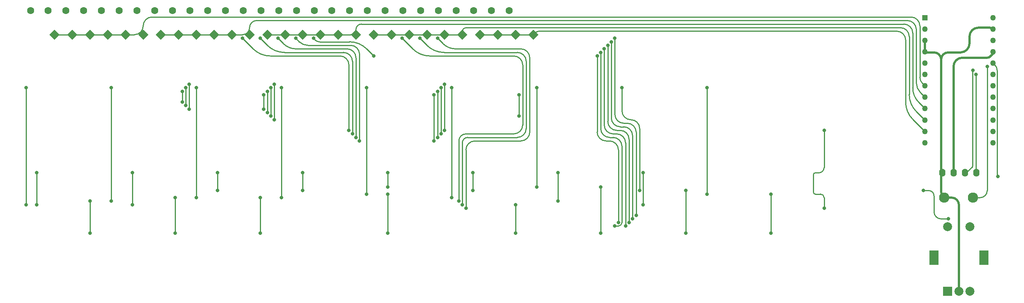
<source format=gbr>
%TF.GenerationSoftware,KiCad,Pcbnew,(6.0.5)*%
%TF.CreationDate,2022-06-01T12:58:50-07:00*%
%TF.ProjectId,hannah_montana,68616e6e-6168-45f6-9d6f-6e74616e612e,rev?*%
%TF.SameCoordinates,Original*%
%TF.FileFunction,Copper,L1,Top*%
%TF.FilePolarity,Positive*%
%FSLAX46Y46*%
G04 Gerber Fmt 4.6, Leading zero omitted, Abs format (unit mm)*
G04 Created by KiCad (PCBNEW (6.0.5)) date 2022-06-01 12:58:50*
%MOMM*%
%LPD*%
G01*
G04 APERTURE LIST*
G04 Aperture macros list*
%AMHorizOval*
0 Thick line with rounded ends*
0 $1 width*
0 $2 $3 position (X,Y) of the first rounded end (center of the circle)*
0 $4 $5 position (X,Y) of the second rounded end (center of the circle)*
0 Add line between two ends*
20,1,$1,$2,$3,$4,$5,0*
0 Add two circle primitives to create the rounded ends*
1,1,$1,$2,$3*
1,1,$1,$4,$5*%
%AMRotRect*
0 Rectangle, with rotation*
0 The origin of the aperture is its center*
0 $1 length*
0 $2 width*
0 $3 Rotation angle, in degrees counterclockwise*
0 Add horizontal line*
21,1,$1,$2,0,0,$3*%
G04 Aperture macros list end*
%TA.AperFunction,ComponentPad*%
%ADD10C,1.270000*%
%TD*%
%TA.AperFunction,ComponentPad*%
%ADD11R,1.270000X1.270000*%
%TD*%
%TA.AperFunction,ComponentPad*%
%ADD12HorizOval,1.600000X0.000000X0.000000X0.000000X0.000000X0*%
%TD*%
%TA.AperFunction,ComponentPad*%
%ADD13RotRect,1.600000X1.600000X135.000000*%
%TD*%
%TA.AperFunction,ComponentPad*%
%ADD14C,2.300000*%
%TD*%
%TA.AperFunction,ComponentPad*%
%ADD15O,1.397000X1.778000*%
%TD*%
%TA.AperFunction,ComponentPad*%
%ADD16C,2.000000*%
%TD*%
%TA.AperFunction,ComponentPad*%
%ADD17R,2.000000X3.200000*%
%TD*%
%TA.AperFunction,ComponentPad*%
%ADD18R,2.000000X2.000000*%
%TD*%
%TA.AperFunction,ViaPad*%
%ADD19C,0.800000*%
%TD*%
%TA.AperFunction,Conductor*%
%ADD20C,0.250000*%
%TD*%
%TA.AperFunction,Conductor*%
%ADD21C,0.500000*%
%TD*%
G04 APERTURE END LIST*
D10*
%TO.P,U1,24,RAW*%
%TO.N,unconnected-(U1-Pad24)*%
X218757500Y-4127500D03*
%TO.P,U1,23,GND*%
%TO.N,GND*%
X218757500Y-6667500D03*
%TO.P,U1,22,RST*%
%TO.N,rst*%
X218757500Y-9207500D03*
%TO.P,U1,21,VCC*%
%TO.N,VCC*%
X218757500Y-11747500D03*
%TO.P,U1,20,D21/A3(PF4)*%
%TO.N,encA*%
X218757500Y-14287500D03*
%TO.P,U1,19,D20/A2(PF5)*%
%TO.N,encB*%
X218757500Y-16827500D03*
%TO.P,U1,18,D19/A1(PF6)*%
%TO.N,col0*%
X218757500Y-19367500D03*
%TO.P,U1,17,D18/A0(PF7)*%
%TO.N,col1*%
X218757500Y-21907500D03*
%TO.P,U1,16,D15/SCLK(PB1)*%
%TO.N,col2*%
X218757500Y-24447500D03*
%TO.P,U1,15,D14/MISO(PB3)*%
%TO.N,enccol*%
X218757500Y-27057500D03*
%TO.P,U1,14,D16/MOSI(PB2)*%
%TO.N,col4*%
X218757500Y-29597500D03*
%TO.P,U1,13,D10/A10(PB6)*%
%TO.N,col5*%
X218757500Y-32137500D03*
%TO.P,U1,12,D9/A9(PB5)*%
%TO.N,unconnected-(U1-Pad12)*%
X203517500Y-32137500D03*
%TO.P,U1,11,D8/A8(PB4)*%
%TO.N,row4*%
X203517500Y-29597500D03*
%TO.P,U1,10,D7(PE6)*%
%TO.N,row3*%
X203517500Y-27057500D03*
%TO.P,U1,9,D6/A7(PD7)*%
%TO.N,row2*%
X203517500Y-24447500D03*
%TO.P,U1,8,D5(PC6)*%
%TO.N,row1*%
X203517500Y-21907500D03*
%TO.P,U1,7,D4/A6(PD4)*%
%TO.N,row0*%
X203517500Y-19367500D03*
%TO.P,U1,6,SDA*%
%TO.N,sda*%
X203517500Y-16827500D03*
%TO.P,U1,5,SCL*%
%TO.N,scl*%
X203517500Y-14287500D03*
%TO.P,U1,4,GND*%
%TO.N,GND*%
X203517500Y-11747500D03*
%TO.P,U1,3,GND*%
X203517500Y-9207500D03*
%TO.P,U1,2,RX*%
%TO.N,unconnected-(U1-Pad2)*%
X203517500Y-6667500D03*
D11*
%TO.P,U1,1,TX*%
%TO.N,unconnected-(U1-Pad1)*%
X203517500Y-4127500D03*
%TD*%
D12*
%TO.P,D20,2,A*%
%TO.N,Net-(D20-Pad2)*%
X78749346Y-2549346D03*
D13*
%TO.P,D20,1,K*%
%TO.N,row3*%
X84137500Y-7937500D03*
%TD*%
D14*
%TO.P,SW1,2,2*%
%TO.N,rst*%
X214312500Y-44450000D03*
%TO.P,SW1,1,1*%
%TO.N,GND*%
X207812500Y-44450000D03*
%TD*%
D12*
%TO.P,D17,2,A*%
%TO.N,Net-(D17-Pad2)*%
X66843096Y-2549346D03*
D13*
%TO.P,D17,1,K*%
%TO.N,row2*%
X72231250Y-7937500D03*
%TD*%
D12*
%TO.P,D2,2,A*%
%TO.N,Net-(D2-Pad2)*%
X7311846Y-2549346D03*
D13*
%TO.P,D2,1,K*%
%TO.N,row0*%
X12700000Y-7937500D03*
%TD*%
D12*
%TO.P,D10,2,A*%
%TO.N,Net-(D10-Pad2)*%
X39061846Y-2549346D03*
D13*
%TO.P,D10,1,K*%
%TO.N,row1*%
X44450000Y-7937500D03*
%TD*%
D12*
%TO.P,D28,2,A*%
%TO.N,encrow*%
X110499346Y-2549346D03*
D13*
%TO.P,D28,1,K*%
%TO.N,row4*%
X115887500Y-7937500D03*
%TD*%
D12*
%TO.P,D13,2,A*%
%TO.N,Net-(D13-Pad2)*%
X50968096Y-2549346D03*
D13*
%TO.P,D13,1,K*%
%TO.N,row2*%
X56356250Y-7937500D03*
%TD*%
D12*
%TO.P,D7,2,A*%
%TO.N,Net-(D7-Pad2)*%
X27155596Y-2549346D03*
D13*
%TO.P,D7,1,K*%
%TO.N,row1*%
X32543750Y-7937500D03*
%TD*%
D12*
%TO.P,D3,2,A*%
%TO.N,Net-(D3-Pad2)*%
X11280596Y-2549346D03*
D13*
%TO.P,D3,1,K*%
%TO.N,row0*%
X16668750Y-7937500D03*
%TD*%
D12*
%TO.P,D1,2,A*%
%TO.N,Net-(D1-Pad2)*%
X3343096Y-2549346D03*
D13*
%TO.P,D1,1,K*%
%TO.N,row0*%
X8731250Y-7937500D03*
%TD*%
D12*
%TO.P,D12,2,A*%
%TO.N,Net-(D12-Pad2)*%
X46999346Y-2549346D03*
D13*
%TO.P,D12,1,K*%
%TO.N,row1*%
X52387500Y-7937500D03*
%TD*%
D12*
%TO.P,D24,2,A*%
%TO.N,Net-(D24-Pad2)*%
X94624346Y-2549346D03*
D13*
%TO.P,D24,1,K*%
%TO.N,row3*%
X100012500Y-7937500D03*
%TD*%
D12*
%TO.P,D16,2,A*%
%TO.N,Net-(D16-Pad2)*%
X62874346Y-2549346D03*
D13*
%TO.P,D16,1,K*%
%TO.N,row2*%
X68262500Y-7937500D03*
%TD*%
D12*
%TO.P,D11,2,A*%
%TO.N,Net-(D11-Pad2)*%
X43030596Y-2549346D03*
D13*
%TO.P,D11,1,K*%
%TO.N,row1*%
X48418750Y-7937500D03*
%TD*%
D12*
%TO.P,D27,2,A*%
%TO.N,Net-(D27-Pad2)*%
X106530596Y-2549346D03*
D13*
%TO.P,D27,1,K*%
%TO.N,row4*%
X111918750Y-7937500D03*
%TD*%
D12*
%TO.P,D9,2,A*%
%TO.N,Net-(D9-Pad2)*%
X35093096Y-2549346D03*
D13*
%TO.P,D9,1,K*%
%TO.N,row1*%
X40481250Y-7937500D03*
%TD*%
D12*
%TO.P,D25,2,A*%
%TO.N,Net-(D25-Pad2)*%
X98593096Y-2549346D03*
D13*
%TO.P,D25,1,K*%
%TO.N,row4*%
X103981250Y-7937500D03*
%TD*%
D15*
%TO.P,J1,4,Pin_4*%
%TO.N,sda*%
X215037500Y-38893750D03*
%TO.P,J1,3,Pin_3*%
%TO.N,scl*%
X212487500Y-38893750D03*
%TO.P,J1,2,Pin_2*%
%TO.N,VCC*%
X209937500Y-38893750D03*
%TO.P,J1,1,Pin_1*%
%TO.N,GND*%
X207387500Y-38893750D03*
%TD*%
D12*
%TO.P,D22,2,A*%
%TO.N,Net-(D22-Pad2)*%
X86686846Y-2549346D03*
D13*
%TO.P,D22,1,K*%
%TO.N,row3*%
X92075000Y-7937500D03*
%TD*%
D12*
%TO.P,D14,2,A*%
%TO.N,Net-(D14-Pad2)*%
X54936846Y-2549346D03*
D13*
%TO.P,D14,1,K*%
%TO.N,row2*%
X60325000Y-7937500D03*
%TD*%
D16*
%TO.P,EC1,S2,S2*%
%TO.N,enccol*%
X208637500Y-50943750D03*
%TO.P,EC1,S1,S1*%
%TO.N,encrow*%
X213637500Y-50943750D03*
D17*
%TO.P,EC1,MP*%
%TO.N,N/C*%
X216737500Y-57943750D03*
X205537500Y-57943750D03*
D16*
%TO.P,EC1,C,C*%
%TO.N,GND*%
X211137500Y-65443750D03*
%TO.P,EC1,B,B*%
%TO.N,encA*%
X213637500Y-65443750D03*
D18*
%TO.P,EC1,A,A*%
%TO.N,encB*%
X208637500Y-65443750D03*
%TD*%
D12*
%TO.P,D23,2,A*%
%TO.N,Net-(D23-Pad2)*%
X90655596Y-2549346D03*
D13*
%TO.P,D23,1,K*%
%TO.N,row3*%
X96043750Y-7937500D03*
%TD*%
D12*
%TO.P,D4,2,A*%
%TO.N,Net-(D4-Pad2)*%
X15249346Y-2549346D03*
D13*
%TO.P,D4,1,K*%
%TO.N,row0*%
X20637500Y-7937500D03*
%TD*%
D12*
%TO.P,D19,2,A*%
%TO.N,Net-(D19-Pad2)*%
X74780596Y-2549346D03*
D13*
%TO.P,D19,1,K*%
%TO.N,row3*%
X80168750Y-7937500D03*
%TD*%
D12*
%TO.P,D21,2,A*%
%TO.N,Net-(D21-Pad2)*%
X82718096Y-2549346D03*
D13*
%TO.P,D21,1,K*%
%TO.N,row3*%
X88106250Y-7937500D03*
%TD*%
D12*
%TO.P,D8,2,A*%
%TO.N,Net-(D8-Pad2)*%
X31124346Y-2549346D03*
D13*
%TO.P,D8,1,K*%
%TO.N,row1*%
X36512500Y-7937500D03*
%TD*%
D12*
%TO.P,D6,2,A*%
%TO.N,Net-(D6-Pad2)*%
X23186846Y-2549346D03*
D13*
%TO.P,D6,1,K*%
%TO.N,row0*%
X28575000Y-7937500D03*
%TD*%
D12*
%TO.P,D5,2,A*%
%TO.N,Net-(D5-Pad2)*%
X19218096Y-2549346D03*
D13*
%TO.P,D5,1,K*%
%TO.N,row0*%
X24606250Y-7937500D03*
%TD*%
D12*
%TO.P,D26,2,A*%
%TO.N,Net-(D26-Pad2)*%
X102561846Y-2549346D03*
D13*
%TO.P,D26,1,K*%
%TO.N,row4*%
X107950000Y-7937500D03*
%TD*%
D12*
%TO.P,D15,2,A*%
%TO.N,Net-(D15-Pad2)*%
X58905596Y-2549346D03*
D13*
%TO.P,D15,1,K*%
%TO.N,row2*%
X64293750Y-7937500D03*
%TD*%
D12*
%TO.P,D18,2,A*%
%TO.N,Net-(D18-Pad2)*%
X70811846Y-2549346D03*
D13*
%TO.P,D18,1,K*%
%TO.N,row2*%
X76200000Y-7937500D03*
%TD*%
D19*
%TO.N,enccol*%
X208756250Y-49212500D03*
X203200000Y-42862500D03*
%TO.N,rst*%
X217487500Y-15081250D03*
%TO.N,col0*%
X2381250Y-19843750D03*
X2381250Y-46037500D03*
%TO.N,col4*%
X4762500Y-38893750D03*
X4762500Y-46037500D03*
%TO.N,col1*%
X16668750Y-52387500D03*
X16668750Y-45243750D03*
X21431250Y-19843750D03*
X21431250Y-45243750D03*
%TO.N,col5*%
X26193750Y-38893750D03*
X26193750Y-46037500D03*
%TO.N,col2*%
X35718750Y-52387500D03*
X35718750Y-44450000D03*
%TO.N,enccol*%
X54768750Y-52387500D03*
X54768750Y-44450000D03*
%TO.N,col2*%
X40481250Y-19843750D03*
X40481250Y-44450000D03*
%TO.N,col0*%
X45243750Y-38893750D03*
X45243750Y-42862500D03*
%TO.N,enccol*%
X59531250Y-19843750D03*
X59531250Y-44450000D03*
%TO.N,col1*%
X64293750Y-38893750D03*
X64293750Y-42862500D03*
%TO.N,col4*%
X78581250Y-19843750D03*
X78581250Y-43656250D03*
%TO.N,col2*%
X83343750Y-38893750D03*
X83343750Y-42068750D03*
%TO.N,col4*%
X83343750Y-52387500D03*
X83343750Y-43656250D03*
%TO.N,col5*%
X97631250Y-19843750D03*
X97631250Y-44450000D03*
%TO.N,enccol*%
X102393750Y-38893750D03*
X102393750Y-42862500D03*
%TO.N,col0*%
X116681250Y-19843750D03*
X116681250Y-42068750D03*
%TO.N,col5*%
X111918750Y-52387500D03*
X111918750Y-46037500D03*
%TO.N,col4*%
X121443750Y-38893750D03*
X121443750Y-45243750D03*
%TO.N,col1*%
X139700000Y-42862500D03*
X135731250Y-19843750D03*
%TO.N,col0*%
X130968750Y-52387500D03*
X130968750Y-42068750D03*
%TO.N,col5*%
X140493750Y-38893750D03*
X140493750Y-46037500D03*
%TO.N,col2*%
X154781250Y-19843750D03*
X154781250Y-43656250D03*
%TO.N,col1*%
X150018750Y-52387500D03*
X150018750Y-42862500D03*
%TO.N,enccol*%
X180975000Y-29368750D03*
X180975000Y-46831250D03*
%TO.N,col2*%
X169068750Y-52387500D03*
X169068750Y-43656250D03*
%TO.N,Net-(D24-Pad2)*%
X134143750Y-50800000D03*
%TO.N,Net-(D23-Pad2)*%
X134937500Y-50006250D03*
%TO.N,encrow*%
X138906250Y-48418750D03*
%TO.N,Net-(D27-Pad2)*%
X138112500Y-49212500D03*
%TO.N,Net-(D26-Pad2)*%
X137318750Y-50006250D03*
%TO.N,Net-(D25-Pad2)*%
X136525000Y-50800000D03*
%TO.N,encrow*%
X134143750Y-8731250D03*
%TO.N,Net-(D27-Pad2)*%
X133350000Y-9525000D03*
%TO.N,Net-(D26-Pad2)*%
X132556250Y-10318750D03*
%TO.N,Net-(D25-Pad2)*%
X131762500Y-11112500D03*
%TO.N,Net-(D24-Pad2)*%
X130968750Y-11906250D03*
%TO.N,Net-(D23-Pad2)*%
X130175000Y-12700000D03*
%TO.N,Net-(D22-Pad2)*%
X100806250Y-46831250D03*
%TO.N,Net-(D21-Pad2)*%
X100012500Y-46037500D03*
%TO.N,Net-(D20-Pad2)*%
X99218750Y-45243750D03*
%TO.N,Net-(D22-Pad2)*%
X94456250Y-8731250D03*
%TO.N,Net-(D21-Pad2)*%
X90487500Y-8731250D03*
%TO.N,Net-(D20-Pad2)*%
X86518750Y-8731250D03*
%TO.N,Net-(D19-Pad2)*%
X112712500Y-26193750D03*
X112712500Y-21431250D03*
%TO.N,Net-(D18-Pad2)*%
X96043750Y-29368750D03*
%TO.N,Net-(D17-Pad2)*%
X95250000Y-30162500D03*
%TO.N,Net-(D16-Pad2)*%
X94456250Y-30956250D03*
%TO.N,Net-(D15-Pad2)*%
X93662500Y-31750000D03*
%TO.N,Net-(D18-Pad2)*%
X96043750Y-19050000D03*
%TO.N,Net-(D17-Pad2)*%
X95250000Y-19843750D03*
%TO.N,Net-(D16-Pad2)*%
X94456250Y-20637500D03*
%TO.N,Net-(D15-Pad2)*%
X93662500Y-21431250D03*
X80168750Y-12700000D03*
%TO.N,Net-(D11-Pad2)*%
X74612500Y-29368750D03*
%TO.N,Net-(D12-Pad2)*%
X75406250Y-30162500D03*
%TO.N,Net-(D13-Pad2)*%
X76200000Y-30956250D03*
%TO.N,Net-(D14-Pad2)*%
X76993750Y-31750000D03*
%TO.N,Net-(D15-Pad2)*%
X66675000Y-8731250D03*
%TO.N,Net-(D14-Pad2)*%
X62706250Y-8731250D03*
%TO.N,Net-(D13-Pad2)*%
X58737500Y-8731250D03*
%TO.N,Net-(D12-Pad2)*%
X54768750Y-8731250D03*
%TO.N,Net-(D11-Pad2)*%
X50800000Y-8731250D03*
%TO.N,Net-(D10-Pad2)*%
X57943750Y-26987500D03*
%TO.N,Net-(D9-Pad2)*%
X57150000Y-26193750D03*
%TO.N,Net-(D8-Pad2)*%
X56353438Y-25397188D03*
%TO.N,Net-(D7-Pad2)*%
X55562500Y-24606250D03*
X55562500Y-21431250D03*
%TO.N,Net-(D8-Pad2)*%
X56353438Y-20634688D03*
%TO.N,Net-(D9-Pad2)*%
X57150000Y-19843750D03*
%TO.N,Net-(D10-Pad2)*%
X57943750Y-19050000D03*
%TO.N,Net-(D6-Pad2)*%
X38893750Y-24606250D03*
%TO.N,Net-(D5-Pad2)*%
X38100000Y-23812500D03*
%TO.N,Net-(D4-Pad2)*%
X37306250Y-23018750D03*
%TO.N,Net-(D6-Pad2)*%
X38893750Y-19050000D03*
%TO.N,Net-(D5-Pad2)*%
X38100000Y-19843750D03*
%TO.N,Net-(D4-Pad2)*%
X37306250Y-20637500D03*
%TO.N,encA*%
X219868750Y-39687500D03*
%TO.N,scl*%
X214312500Y-15875000D03*
%TO.N,sda*%
X214947500Y-16827500D03*
%TD*%
D20*
%TO.N,row0*%
X26590625Y-7937500D02*
G75*
G03*
X28575000Y-5953125I-5J1984380D01*
G01*
X202961858Y-18811892D02*
G75*
G02*
X202406250Y-17470477I1341442J1341392D01*
G01*
X200406251Y-3968650D02*
G75*
G02*
X202406250Y-5968748I-51J-2000050D01*
G01*
X28575049Y-5953125D02*
G75*
G02*
X30559375Y-3968749I1984351J25D01*
G01*
%TO.N,row1*%
X198399394Y-4762500D02*
X193713106Y-4762500D01*
X52387500Y-6350000D02*
G75*
G02*
X53975000Y-4762500I1587500J0D01*
G01*
X202564989Y-20955011D02*
G75*
G02*
X201612500Y-18655461I2299511J2299511D01*
G01*
X50800000Y-7937500D02*
G75*
G03*
X52387500Y-6350000I0J1587500D01*
G01*
X199612501Y-4762500D02*
G75*
G02*
X201612500Y-6762498I-1J-2000000D01*
G01*
%TO.N,Net-(D11-Pad2)*%
X72612501Y-12700000D02*
G75*
G02*
X74612500Y-14699998I-1J-2000000D01*
G01*
X57022713Y-12699975D02*
G75*
G02*
X53174957Y-11106207I-13J5441575D01*
G01*
%TO.N,Net-(D12-Pad2)*%
X73406251Y-11906250D02*
G75*
G02*
X75406250Y-13906248I49J-1999950D01*
G01*
X60188814Y-11906244D02*
G75*
G02*
X56356250Y-10318750I-14J5420044D01*
G01*
%TO.N,row2*%
X198818751Y-5556250D02*
G75*
G02*
X200818750Y-7556248I49J-1999950D01*
G01*
X202168149Y-23098101D02*
G75*
G02*
X200818750Y-19840445I3257651J3257701D01*
G01*
X75009375Y-7937500D02*
G75*
G03*
X76200000Y-6746875I25J1190600D01*
G01*
X76199950Y-6746875D02*
G75*
G02*
X77390625Y-5556250I1190650J-25D01*
G01*
%TO.N,Net-(D13-Pad2)*%
X74200001Y-11112500D02*
G75*
G02*
X76200000Y-13112498I-1J-2000000D01*
G01*
X62802548Y-11112521D02*
G75*
G02*
X59928125Y-9921875I52J4065121D01*
G01*
%TO.N,Net-(D14-Pad2)*%
X65416282Y-10318757D02*
G75*
G02*
X63500000Y-9525000I18J2710057D01*
G01*
X74993751Y-10318750D02*
G75*
G02*
X76993750Y-12318748I49J-1999950D01*
G01*
%TO.N,Net-(D15-Pad2)*%
X93662500Y-28178125D02*
X93662500Y-30559375D01*
X68030016Y-9524993D02*
G75*
G02*
X67071875Y-9128125I-16J1354993D01*
G01*
X74748685Y-9525021D02*
G75*
G02*
X78581250Y-11112500I15J-5420079D01*
G01*
%TO.N,Net-(D16-Pad2)*%
X94456250Y-27384375D02*
X94456250Y-29765625D01*
%TO.N,row3*%
X201618800Y-25158784D02*
G75*
G02*
X200025000Y-21311036I3847800J3847784D01*
G01*
X198025001Y-6350000D02*
G75*
G02*
X200025000Y-8349998I-1J-2000000D01*
G01*
X100012500Y-7143750D02*
G75*
G02*
X100806250Y-6350000I793700J50D01*
G01*
X99218750Y-7937500D02*
G75*
G03*
X100012500Y-7143750I-50J793800D01*
G01*
%TO.N,Net-(D20-Pad2)*%
X99218750Y-31750000D02*
X99218750Y-34925000D01*
X92741463Y-12700010D02*
G75*
G02*
X88893708Y-11106206I37J5441610D01*
G01*
X99218700Y-31750000D02*
G75*
G02*
X100806250Y-30162500I1587500J0D01*
G01*
X111506251Y-12700050D02*
G75*
G02*
X113506250Y-14699998I49J-1999950D01*
G01*
X111506251Y-30162550D02*
G75*
G03*
X113506250Y-28162501I-51J2000050D01*
G01*
%TO.N,Net-(D21-Pad2)*%
X100012500Y-32146875D02*
X100012500Y-34528125D01*
X112300001Y-30956200D02*
G75*
G03*
X114300000Y-28956251I-1J2000000D01*
G01*
X100012450Y-32146875D02*
G75*
G02*
X101203125Y-30956250I1190650J-25D01*
G01*
X112300001Y-11906200D02*
G75*
G02*
X114300000Y-13906248I-1J-2000000D01*
G01*
X95907564Y-11906279D02*
G75*
G02*
X92075000Y-10318750I36J5420079D01*
G01*
%TO.N,Net-(D22-Pad2)*%
X100806250Y-35756856D02*
X100806250Y-40443144D01*
X98521298Y-11112486D02*
G75*
G02*
X95646875Y-9921875I2J4065086D01*
G01*
X113093751Y-11112550D02*
G75*
G02*
X115093750Y-13112498I49J-1999950D01*
G01*
X100806200Y-33749998D02*
G75*
G02*
X102806248Y-31750000I2000000J-2D01*
G01*
X113093751Y-31750050D02*
G75*
G03*
X115093750Y-29750001I-51J2000050D01*
G01*
%TO.N,Net-(D23-Pad2)*%
X132174998Y-31750000D02*
G75*
G02*
X130175000Y-29750001I2J2000000D01*
G01*
X132937501Y-31750000D02*
G75*
G02*
X134937500Y-33749998I-1J-2000000D01*
G01*
%TO.N,Net-(D24-Pad2)*%
X132968748Y-30956250D02*
G75*
G02*
X130968750Y-28956251I-48J1999950D01*
G01*
X133731251Y-30956250D02*
G75*
G02*
X135731250Y-32956248I49J-1999950D01*
G01*
X134937500Y-50799950D02*
G75*
G03*
X135731250Y-50006250I0J793750D01*
G01*
%TO.N,row4*%
X115326233Y-7937528D02*
G75*
G03*
X116284374Y-7540624I-33J1355028D01*
G01*
X197231251Y-7143750D02*
G75*
G02*
X199231250Y-9143748I49J-1999950D01*
G01*
X116284360Y-7540610D02*
G75*
G02*
X117242516Y-7143750I958140J-958190D01*
G01*
X200825035Y-26905049D02*
G75*
G02*
X199231250Y-23057286I3847765J3847749D01*
G01*
%TO.N,Net-(D25-Pad2)*%
X136525000Y-49609375D02*
X136525000Y-50403125D01*
X133762498Y-30162500D02*
G75*
G02*
X131762500Y-28162501I2J2000000D01*
G01*
X134525001Y-30162500D02*
G75*
G02*
X136525000Y-32162498I-1J-2000000D01*
G01*
%TO.N,Net-(D26-Pad2)*%
X134556248Y-29368750D02*
G75*
G02*
X132556250Y-27368751I-48J1999950D01*
G01*
X135318751Y-29368750D02*
G75*
G02*
X137318750Y-31368748I49J-1999950D01*
G01*
%TO.N,Net-(D27-Pad2)*%
X135349998Y-28575000D02*
G75*
G02*
X133350000Y-26575001I2J2000000D01*
G01*
X136112501Y-28575000D02*
G75*
G02*
X138112500Y-30574998I-1J-2000000D01*
G01*
%TO.N,encrow*%
X136143748Y-27781250D02*
G75*
G02*
X134143750Y-25781251I-48J1999950D01*
G01*
X136906251Y-27781250D02*
G75*
G02*
X138906250Y-29781248I49J-1999950D01*
G01*
%TO.N,encA*%
X219717012Y-15925487D02*
G75*
G03*
X219237254Y-14767256I-1638012J-13D01*
G01*
X219792872Y-39611638D02*
G75*
G02*
X219717011Y-39428465I183128J183138D01*
G01*
D21*
%TO.N,GND*%
X207168750Y-36550606D02*
X207168750Y-41236894D01*
X204390625Y-11906250D02*
X203596875Y-11906250D01*
X207565610Y-44053140D02*
G75*
G02*
X207168750Y-43094983I958190J958140D01*
G01*
X211518751Y-11906250D02*
G75*
G03*
X213518750Y-9906251I-51J2000050D01*
G01*
X203424506Y-11906319D02*
G75*
G02*
X203358751Y-11747501I-6J93019D01*
G01*
X208523766Y-44450028D02*
G75*
G02*
X207565626Y-44053124I34J1355028D01*
G01*
X209550000Y-44450000D02*
G75*
G02*
X211137500Y-46037500I0J-1587500D01*
G01*
X218056743Y-6349968D02*
G75*
G02*
X218440000Y-6508750I-43J-542032D01*
G01*
X203358727Y-11747477D02*
G75*
G03*
X203517500Y-11364243I-383227J383277D01*
G01*
X218678125Y-6667490D02*
G75*
G02*
X218542623Y-6611373I-25J191590D01*
G01*
X207168750Y-13493750D02*
G75*
G02*
X208756250Y-11906250I1587450J50D01*
G01*
X205581250Y-11906250D02*
G75*
G02*
X207168750Y-13493750I50J-1587450D01*
G01*
X213518700Y-8349998D02*
G75*
G02*
X215518748Y-6350000I2000000J-2D01*
G01*
D20*
%TO.N,enccol*%
X178593750Y-39290625D02*
X178593750Y-40084375D01*
X179784375Y-43656250D02*
X178990625Y-43656250D01*
X180181250Y-43656300D02*
G75*
G02*
X180975000Y-44450000I50J-793700D01*
G01*
X204390625Y-42862450D02*
G75*
G02*
X205581250Y-44053125I-25J-1190650D01*
G01*
X178593750Y-39290625D02*
G75*
G02*
X178990625Y-38893750I396850J25D01*
G01*
X207168750Y-49212450D02*
G75*
G02*
X205581250Y-47625000I-50J1587450D01*
G01*
X179784375Y-38893700D02*
G75*
G03*
X180975000Y-37703125I25J1190600D01*
G01*
X178990625Y-43656250D02*
G75*
G02*
X178593750Y-43259375I-25J396850D01*
G01*
D21*
%TO.N,VCC*%
X217487500Y-13087500D02*
X216675000Y-13087500D01*
X209937500Y-15087498D02*
G75*
G02*
X211937498Y-13087500I2000000J-2D01*
G01*
X217487500Y-13087491D02*
G75*
G03*
X218181011Y-12800236I0J980791D01*
G01*
D20*
%TO.N,scl*%
X214222989Y-37127228D02*
X214222989Y-37306250D01*
X214222994Y-16027804D02*
G75*
G02*
X214267744Y-15919755I152806J4D01*
G01*
X214159668Y-37459027D02*
G75*
G03*
X214222989Y-37306250I-152768J152827D01*
G01*
%TO.N,sda*%
X215026849Y-38814401D02*
G75*
G02*
X214947500Y-38622746I191651J191601D01*
G01*
%TO.N,col1*%
X137715625Y-26987500D02*
G75*
G02*
X139700000Y-28971875I-25J-1984400D01*
G01*
X137715625Y-26987450D02*
G75*
G02*
X135731250Y-25003125I-25J1984350D01*
G01*
%TO.N,rst*%
X215900000Y-44450000D02*
G75*
G03*
X217487500Y-42862500I0J1587500D01*
G01*
%TO.N,Net-(D26-Pad2)*%
X132556250Y-27368751D02*
X132556250Y-10318750D01*
%TO.N,Net-(D19-Pad2)*%
X112712500Y-21431250D02*
X112712500Y-26193750D01*
%TO.N,Net-(D4-Pad2)*%
X37306250Y-20637500D02*
X37306250Y-23018750D01*
%TO.N,Net-(D5-Pad2)*%
X38100000Y-23812500D02*
X38100000Y-19843750D01*
%TO.N,Net-(D6-Pad2)*%
X38893750Y-19050000D02*
X38893750Y-24606250D01*
%TO.N,enccol*%
X208756250Y-49212500D02*
X207168750Y-49212500D01*
X205581250Y-47625000D02*
X205581250Y-44053125D01*
X203200000Y-42862500D02*
X204390625Y-42862500D01*
%TO.N,rst*%
X217487500Y-42862500D02*
X217487500Y-15081250D01*
X215900000Y-44450000D02*
X214312500Y-44450000D01*
%TO.N,col0*%
X2381250Y-19843750D02*
X2381250Y-46037500D01*
%TO.N,col4*%
X4762500Y-46037500D02*
X4762500Y-38893750D01*
%TO.N,col1*%
X16668750Y-52387500D02*
X16668750Y-45243750D01*
X21431250Y-19843750D02*
X21431250Y-45243750D01*
%TO.N,col5*%
X26193750Y-38893750D02*
X26193750Y-46037500D01*
%TO.N,col2*%
X35718750Y-44450000D02*
X35718750Y-52387500D01*
%TO.N,enccol*%
X54768750Y-44450000D02*
X54768750Y-52387500D01*
%TO.N,col2*%
X40481250Y-44450000D02*
X40481250Y-19843750D01*
%TO.N,col0*%
X45243750Y-38893750D02*
X45243750Y-42862500D01*
%TO.N,enccol*%
X59531250Y-19843750D02*
X59531250Y-44450000D01*
%TO.N,col1*%
X64293750Y-38893750D02*
X64293750Y-42862500D01*
%TO.N,col4*%
X78581250Y-43656250D02*
X78581250Y-19843750D01*
%TO.N,col2*%
X83343750Y-42068750D02*
X83343750Y-38893750D01*
%TO.N,col4*%
X83343750Y-43656250D02*
X83343750Y-52387500D01*
%TO.N,col5*%
X97631250Y-44450000D02*
X97631250Y-19843750D01*
%TO.N,enccol*%
X102393750Y-42862500D02*
X102393750Y-38893750D01*
%TO.N,col0*%
X116681250Y-19843750D02*
X116681250Y-42068750D01*
%TO.N,col5*%
X111918750Y-52387500D02*
X111918750Y-46037500D01*
%TO.N,col4*%
X121443750Y-45243750D02*
X121443750Y-38893750D01*
%TO.N,col1*%
X139700000Y-42862500D02*
X139700000Y-28971875D01*
X135731250Y-19843750D02*
X135731250Y-25003125D01*
%TO.N,col0*%
X130968750Y-42068750D02*
X130968750Y-52387500D01*
%TO.N,col5*%
X140493750Y-46037500D02*
X140493750Y-38893750D01*
%TO.N,col2*%
X154781250Y-19843750D02*
X154781250Y-43656250D01*
%TO.N,col1*%
X150018750Y-52387500D02*
X150018750Y-42862500D01*
%TO.N,enccol*%
X180975000Y-37703125D02*
X180975000Y-29368750D01*
X179784375Y-38893750D02*
X178990625Y-38893750D01*
X178593750Y-43259375D02*
X178593750Y-40084375D01*
X179784375Y-43656250D02*
X180181250Y-43656250D01*
X180975000Y-46831250D02*
X180975000Y-44450000D01*
%TO.N,col2*%
X169068750Y-52387500D02*
X169068750Y-43656250D01*
%TO.N,Net-(D24-Pad2)*%
X134937500Y-50800000D02*
X134143750Y-50800000D01*
%TO.N,encrow*%
X138906250Y-48418750D02*
X138906250Y-29781248D01*
%TO.N,Net-(D27-Pad2)*%
X138112500Y-30574998D02*
X138112500Y-49212500D01*
%TO.N,Net-(D26-Pad2)*%
X137318750Y-31368748D02*
X137318750Y-50006250D01*
%TO.N,Net-(D25-Pad2)*%
X136525000Y-50403125D02*
X136525000Y-50800000D01*
X136525000Y-49609375D02*
X136525000Y-32162498D01*
%TO.N,Net-(D24-Pad2)*%
X135731250Y-50006250D02*
X135731250Y-32956248D01*
%TO.N,Net-(D23-Pad2)*%
X134937500Y-33749998D02*
X134937500Y-50006250D01*
%TO.N,encrow*%
X136906251Y-27781250D02*
X136143748Y-27781250D01*
%TO.N,Net-(D27-Pad2)*%
X136112501Y-28575000D02*
X135349998Y-28575000D01*
%TO.N,Net-(D26-Pad2)*%
X135318751Y-29368750D02*
X134556248Y-29368750D01*
%TO.N,Net-(D25-Pad2)*%
X134525001Y-30162500D02*
X133762498Y-30162500D01*
%TO.N,Net-(D24-Pad2)*%
X133731251Y-30956250D02*
X132968748Y-30956250D01*
%TO.N,Net-(D23-Pad2)*%
X132937501Y-31750000D02*
X132174998Y-31750000D01*
%TO.N,encrow*%
X134143750Y-8731250D02*
X134143750Y-25781251D01*
%TO.N,Net-(D27-Pad2)*%
X133350000Y-26575001D02*
X133350000Y-9525000D01*
%TO.N,Net-(D25-Pad2)*%
X131762500Y-11112500D02*
X131762500Y-28162501D01*
%TO.N,Net-(D24-Pad2)*%
X130968750Y-11906250D02*
X130968750Y-28956251D01*
%TO.N,Net-(D23-Pad2)*%
X130175000Y-29750001D02*
X130175000Y-12700000D01*
%TO.N,Net-(D20-Pad2)*%
X99218750Y-34925000D02*
X99218750Y-45243750D01*
%TO.N,Net-(D21-Pad2)*%
X100012500Y-34528125D02*
X100012500Y-46037500D01*
%TO.N,Net-(D22-Pad2)*%
X100806250Y-46831250D02*
X100806250Y-40443144D01*
X100806250Y-33749998D02*
X100806250Y-35756856D01*
X113093751Y-31750000D02*
X102806248Y-31750000D01*
X115093750Y-29750001D02*
X115093750Y-13112498D01*
%TO.N,Net-(D21-Pad2)*%
X114300000Y-13906248D02*
X114300000Y-28956251D01*
X101203125Y-30956250D02*
X112300001Y-30956250D01*
%TO.N,Net-(D20-Pad2)*%
X111506251Y-30162500D02*
X100806250Y-30162500D01*
X113506250Y-28162501D02*
X113506250Y-14699998D01*
%TO.N,Net-(D22-Pad2)*%
X113093751Y-11112500D02*
X98521298Y-11112500D01*
X95646875Y-9921875D02*
X94456250Y-8731250D01*
%TO.N,Net-(D20-Pad2)*%
X111506251Y-12700000D02*
X92741463Y-12700000D01*
%TO.N,Net-(D21-Pad2)*%
X95907564Y-11906250D02*
X112300001Y-11906250D01*
X92075000Y-10318750D02*
X90487500Y-8731250D01*
%TO.N,Net-(D20-Pad2)*%
X86518750Y-8731250D02*
X88893707Y-11106207D01*
%TO.N,Net-(D18-Pad2)*%
X96043750Y-29368750D02*
X96043750Y-19050000D01*
%TO.N,Net-(D17-Pad2)*%
X95250000Y-30162500D02*
X95250000Y-19843750D01*
%TO.N,Net-(D16-Pad2)*%
X94456250Y-29765625D02*
X94456250Y-30956250D01*
%TO.N,Net-(D15-Pad2)*%
X93662500Y-30559375D02*
X93662500Y-31750000D01*
%TO.N,Net-(D16-Pad2)*%
X94456250Y-20637500D02*
X94456250Y-27384375D01*
%TO.N,Net-(D15-Pad2)*%
X93662500Y-28178125D02*
X93662500Y-21431250D01*
X78581250Y-11112500D02*
X80168750Y-12700000D01*
X74748685Y-9525000D02*
X68030016Y-9525000D01*
X66675000Y-8731250D02*
X67071875Y-9128125D01*
%TO.N,Net-(D14-Pad2)*%
X76993750Y-12318748D02*
X76993750Y-31750000D01*
%TO.N,Net-(D13-Pad2)*%
X76200000Y-13112498D02*
X76200000Y-30956250D01*
%TO.N,Net-(D12-Pad2)*%
X75406250Y-30162500D02*
X75406250Y-13906248D01*
%TO.N,Net-(D11-Pad2)*%
X74612500Y-29368750D02*
X74612500Y-14699998D01*
%TO.N,Net-(D14-Pad2)*%
X74993751Y-10318750D02*
X65416282Y-10318750D01*
X62706250Y-8731250D02*
X63500000Y-9525000D01*
%TO.N,Net-(D13-Pad2)*%
X62802548Y-11112500D02*
X74200001Y-11112500D01*
X59928125Y-9921875D02*
X58737500Y-8731250D01*
%TO.N,Net-(D12-Pad2)*%
X60188814Y-11906250D02*
X73406251Y-11906250D01*
X56356250Y-10318750D02*
X54768750Y-8731250D01*
%TO.N,Net-(D11-Pad2)*%
X57022713Y-12700000D02*
X72612501Y-12700000D01*
X53174957Y-11106207D02*
X50800000Y-8731250D01*
%TO.N,Net-(D10-Pad2)*%
X57943750Y-26987500D02*
X57943750Y-19050000D01*
%TO.N,Net-(D9-Pad2)*%
X57150000Y-26193750D02*
X57150000Y-19843750D01*
%TO.N,Net-(D8-Pad2)*%
X56353438Y-25397188D02*
X56353438Y-20634688D01*
X56353438Y-20634688D02*
X56356250Y-20637500D01*
%TO.N,Net-(D7-Pad2)*%
X55562500Y-24606250D02*
X55562500Y-21431250D01*
%TO.N,row4*%
X199231250Y-23057286D02*
X199231250Y-9143748D01*
X117242516Y-7143750D02*
X197231251Y-7143750D01*
X200825042Y-26905042D02*
X203517500Y-29597500D01*
%TO.N,row3*%
X100806250Y-6350000D02*
X198025001Y-6350000D01*
X200025000Y-8349998D02*
X200025000Y-21311036D01*
X201618792Y-25158792D02*
X203517500Y-27057500D01*
%TO.N,row2*%
X200818750Y-19840445D02*
X200818750Y-7556248D01*
X202168125Y-23098125D02*
X203517500Y-24447500D01*
X77390625Y-5556250D02*
X198818751Y-5556250D01*
%TO.N,row1*%
X199612501Y-4762500D02*
X198399394Y-4762500D01*
X201612500Y-6762498D02*
X201612500Y-18655461D01*
X202565000Y-20955000D02*
X203517500Y-21907500D01*
%TO.N,row0*%
X202961875Y-18811875D02*
X203517500Y-19367500D01*
X30559375Y-3968749D02*
X200406251Y-3968749D01*
X202406250Y-5968748D02*
X202406250Y-17470477D01*
%TO.N,row1*%
X193713106Y-4762500D02*
X53975000Y-4762500D01*
%TO.N,encA*%
X219792880Y-39611630D02*
X219868750Y-39687500D01*
X219717011Y-39428465D02*
X219717011Y-15925487D01*
X219237255Y-14767255D02*
X218757500Y-14287500D01*
D21*
%TO.N,VCC*%
X216675000Y-13087500D02*
X211937498Y-13087500D01*
X218181012Y-12800237D02*
X219075000Y-11906250D01*
X209937500Y-15087498D02*
X209937500Y-38893750D01*
D20*
%TO.N,scl*%
X214222989Y-37127228D02*
X214222989Y-16027804D01*
X214159695Y-37459054D02*
X212725000Y-38893750D01*
X214312500Y-15875000D02*
X214267744Y-15919755D01*
%TO.N,sda*%
X215026875Y-38814375D02*
X215106250Y-38893750D01*
X214947500Y-38622746D02*
X214947500Y-16827500D01*
%TO.N,row0*%
X26590625Y-7937500D02*
X8731250Y-7937500D01*
%TO.N,row1*%
X50800000Y-7937500D02*
X32543750Y-7937500D01*
%TO.N,row2*%
X75009375Y-7937500D02*
X56356250Y-7937500D01*
%TO.N,row3*%
X99218750Y-7937500D02*
X80168750Y-7937500D01*
%TO.N,row4*%
X115326233Y-7937500D02*
X103981250Y-7937500D01*
D21*
%TO.N,GND*%
X208756250Y-11906250D02*
X211518751Y-11906250D01*
X213518750Y-8349998D02*
X213518750Y-9906251D01*
X203517500Y-11364243D02*
X203517500Y-9207500D01*
X203596875Y-11906250D02*
X203424506Y-11906250D01*
X211137500Y-46037500D02*
X211137500Y-65443750D01*
X205581250Y-11906250D02*
X204390625Y-11906250D01*
X215518748Y-6350000D02*
X218056743Y-6350000D01*
X209550000Y-44450000D02*
X208523766Y-44450000D01*
X207168750Y-41236894D02*
X207168750Y-43094983D01*
X218542623Y-6611373D02*
X218440000Y-6508750D01*
X218678125Y-6667500D02*
X218757500Y-6667500D01*
X207168750Y-13493750D02*
X207168750Y-36550606D01*
%TD*%
M02*

</source>
